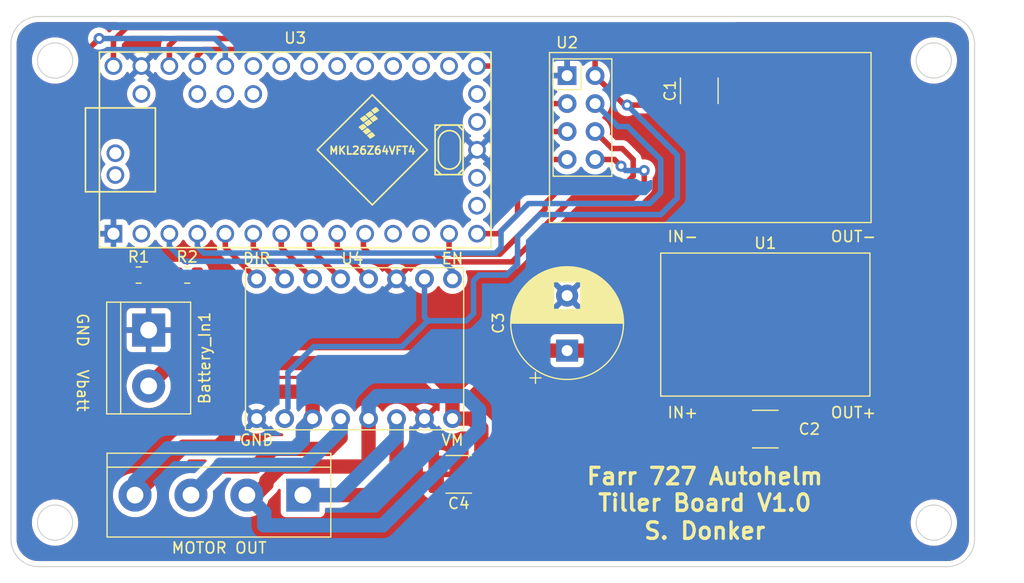
<source format=kicad_pcb>
(kicad_pcb (version 20211014) (generator pcbnew)
  (layers (0 "F.Cu" signal) (31 "B.Cu" signal) (34 "B.Paste" user) (35 "F.Paste" user) (36 "B.SilkS" user "B.Silkscreen") (37 "F.SilkS" user "F.Silkscreen") (38 "B.Mask" user) (39 "F.Mask" user) (44 "Edge.Cuts" user))
  (net 0 "")
  (net 1 "Earth")
  (net 2 "Net-(Motor_Output1-Pad1)")
  (net 3 "+3.3V")
  (net 4 "+5V")
  (net 5 "+24V")
  (net 6 "Net-(U2-Pad3)")
  (net 7 "Net-(U2-Pad4)")
  (net 8 "Net-(U2-Pad5)")
  (net 9 "Net-(U2-Pad6)")
  (net 10 "Net-(U2-Pad7)")
  (net 11 "Net-(U2-Pad8)")
  (net 30 "Net-(U3-Pad9)")
  (net 31 "Net-(U3-Pad8)")
  (net 32 "Net-(U3-Pad7)")
  (net 33 "Net-(U3-Pad6)")
  (net 34 "Net-(U3-Pad5)")
  (net 35 "Net-(U3-Pad3)")
  (net 39 "Net-(Motor_Output1-Pad2)")
  (net 40 "Net-(Motor_Output1-Pad3)")
  (net 41 "Net-(Motor_Output1-Pad4)")
  (net 42 "Net-(R2-Pad1)")
  (footprint "Resistor_SMD:R_0805_2012Metric" (layer "F.Cu") (at 81 113.5)
    (fp_text reference "R2" (at 0 -1.65) (layer "F.SilkS"))
    (fp_text value "6.8K")
    (fp_line (start -0.227064 -0.735) (end 0.227064 -0.735) (layer "F.SilkS") (width 0.12))
    (fp_line (start -0.227064 0.735) (end 0.227064 0.735) (layer "F.SilkS") (width 0.12))
    (pad "1" smd roundrect (at -0.9125 0) (size 1.025 1.4) (layers "F.Cu" "F.Paste" "F.Mask") (roundrect_rratio 0.243902439) (net 42 "Net-(R2-Pad1)"))
    (pad "2" smd roundrect (at 0.9125 0) (size 1.025 1.4) (layers "F.Cu" "F.Paste" "F.Mask") (roundrect_rratio 0.243902439) (net 5 "+24V"))
  )
  (footprint "Capacitor_SMD:C_1812_4532Metric" (layer "F.Cu") (at 105.66 131.61 180)
    (fp_text reference "C4" (at 0 -2.65) (layer "F.SilkS"))
    (fp_text value "10uF")
    (fp_line (start -1.161252 -1.71) (end 1.161252 -1.71) (layer "F.SilkS") (width 0.12))
    (fp_line (start -1.161252 1.71) (end 1.161252 1.71) (layer "F.SilkS") (width 0.12))
    (pad "1" smd roundrect (at -2.05 0 180) (size 1.4 3.4) (layers "F.Cu" "F.Paste" "F.Mask") (roundrect_rratio 0.1785707143) (net 5 "+24V"))
    (pad "2" smd roundrect (at 2.05 0 180) (size 1.4 3.4) (layers "F.Cu" "F.Paste" "F.Mask") (roundrect_rratio 0.1785707143) (net 1 "Earth"))
  )
  (footprint "DONKER_footprint_lib:Mini_360_Buck_Convertor_SMD" (layer "F.Cu") (at 126 118 90)
    (fp_text reference "U1" (at 7.4 7.5 unlocked) (layer "F.SilkS"))
    (fp_text value "Mini_Buck_Regulator")
    (fp_text user "OUT+" (at -8 15.5 unlocked) (layer "F.SilkS"))
    (fp_text user "OUT-" (at 8 15.5 unlocked) (layer "F.SilkS"))
    (fp_text user "IN+" (at -8 0 unlocked) (layer "F.SilkS"))
    (fp_text user "IN-" (at 8 0 unlocked) (layer "F.SilkS"))
    (fp_rect (start -6.5 -2) (end 6.5 17) (layer "F.SilkS") (width 0.12) (fill none))
    (pad "1" smd roundrect (at 4.65 0 90) (size 2.8 2.8) (layers "F.Cu" "F.Paste" "F.Mask") (net 1 "Earth"))
    (pad "2" smd roundrect (at -4.65 0 90) (size 2.8 2.8) (layers "F.Cu" "F.Paste" "F.Mask") (net 5 "+24V"))
    (pad "3" smd roundrect (at 4.65 15.3 90) (size 2.8 2.8) (layers "F.Cu" "F.Paste" "F.Mask") (net 1 "Earth"))
    (pad "4" smd roundrect (at -4.65 15.3 90) (size 2.8 2.8) (layers "F.Cu" "F.Paste" "F.Mask") (net 4 "+5V"))
  )
  (footprint "Capacitor_SMD:C_1812_4532Metric" (layer "F.Cu") (at 127.5 96.75 90)
    (fp_text reference "C1" (at 0 -2.65 90) (layer "F.SilkS"))
    (fp_text value "10uF")
    (fp_line (start -1.161252 1.71) (end 1.161252 1.71) (layer "F.SilkS") (width 0.12))
    (fp_line (start -1.161252 -1.71) (end 1.161252 -1.71) (layer "F.SilkS") (width 0.12))
    (pad "1" smd roundrect (at -2.05 0 90) (size 1.4 3.4) (layers "F.Cu" "F.Paste" "F.Mask") (roundrect_rratio 0.1785707143) (net 3 "+3.3V"))
    (pad "2" smd roundrect (at 2.05 0 90) (size 1.4 3.4) (layers "F.Cu" "F.Paste" "F.Mask") (roundrect_rratio 0.1785707143) (net 1 "Earth"))
  )
  (footprint "Resistor_SMD:R_0805_2012Metric" (layer "F.Cu") (at 76.5875 113.5)
    (fp_text reference "R1" (at 0 -1.65) (layer "F.SilkS"))
    (fp_text value "6.8K")
    (fp_line (start -0.227064 -0.735) (end 0.227064 -0.735) (layer "F.SilkS") (width 0.12))
    (fp_line (start -0.227064 0.735) (end 0.227064 0.735) (layer "F.SilkS") (width 0.12))
    (pad "1" smd roundrect (at -0.9125 0) (size 1.025 1.4) (layers "F.Cu" "F.Paste" "F.Mask") (roundrect_rratio 0.243902439) (net 1 "Earth"))
    (pad "2" smd roundrect (at 0.9125 0) (size 1.025 1.4) (layers "F.Cu" "F.Paste" "F.Mask") (roundrect_rratio 0.243902439) (net 42 "Net-(R2-Pad1)"))
  )
  (footprint "Capacitor_SMD:C_1812_4532Metric" (layer "F.Cu") (at 133.5 127.5 180)
    (fp_text reference "C2" (at -4 0) (layer "F.SilkS"))
    (fp_text value "10uF")
    (fp_line (start -1.161252 -1.71) (end 1.161252 -1.71) (layer "F.SilkS") (width 0.12))
    (fp_line (start -1.161252 1.71) (end 1.161252 1.71) (layer "F.SilkS") (width 0.12))
    (pad "1" smd roundrect (at -2.05 0 180) (size 1.4 3.4) (layers "F.Cu" "F.Paste" "F.Mask") (roundrect_rratio 0.1785707143) (net 4 "+5V"))
    (pad "2" smd roundrect (at 2.05 0 180) (size 1.4 3.4) (layers "F.Cu" "F.Paste" "F.Mask") (roundrect_rratio 0.1785707143) (net 1 "Earth"))
  )
  (footprint "Capacitor_THT:CP_Radial_D10.0mm_P5.00mm" (layer "F.Cu") (at 115.5 120.367677 90)
    (fp_text reference "C3" (at 2.5 -6.25 90) (layer "F.SilkS"))
    (fp_text value "220uF")
    (fp_line (start 3.981 1.241) (end 3.981 4.862) (layer "F.SilkS") (width 0.12))
    (fp_line (start 4.141 1.241) (end 4.141 4.811) (layer "F.SilkS") (width 0.12))
    (fp_line (start 5.181 1.241) (end 5.181 4.323) (layer "F.SilkS") (width 0.12))
    (fp_line (start 4.781 1.241) (end 4.781 4.545) (layer "F.SilkS") (width 0.12))
    (fp_line (start 3.861 -4.897) (end 3.861 -1.241) (layer "F.SilkS") (width 0.12))
    (fp_line (start 5.261 -4.273) (end 5.261 -1.241) (layer "F.SilkS") (width 0.12))
    (fp_line (start 6.101 -3.601) (end 6.101 -1.241) (layer "F.SilkS") (width 0.12))
    (fp_line (start 3.14 -5.04) (end 3.14 5.04) (layer "F.SilkS") (width 0.12))
    (fp_line (start 4.701 1.241) (end 4.701 4.584) (layer "F.SilkS") (width 0.12))
    (fp_line (start 4.181 -4.797) (end 4.181 -1.241) (layer "F.SilkS") (width 0.12))
    (fp_line (start 4.221 -4.783) (end 4.221 -1.241) (layer "F.SilkS") (width 0.12))
    (fp_line (start 7.461 -1.23) (end 7.461 1.23) (layer "F.SilkS") (width 0.12))
    (fp_line (start 6.421 -3.254) (end 6.421 3.254) (layer "F.SilkS") (width 0.12))
    (fp_line (start 5.221 -4.298) (end 5.221 -1.241) (layer "F.SilkS") (width 0.12))
    (fp_line (start 6.021 -3.679) (end 6.021 -1.241) (layer "F.SilkS") (width 0.12))
    (fp_line (start 3.06 -5.05) (end 3.06 5.05) (layer "F.SilkS") (width 0.12))
    (fp_line (start 3.981 -4.862) (end 3.981 -1.241) (layer "F.SilkS") (width 0.12))
    (fp_line (start 2.94 -5.062) (end 2.94 5.062) (layer "F.SilkS") (width 0.12))
    (fp_line (start 6.701 -2.889) (end 6.701 2.889) (layer "F.SilkS") (width 0.12))
    (fp_line (start 5.101 1.241) (end 5.101 4.371) (layer "F.SilkS") (width 0.12))
    (fp_line (start 5.981 1.241) (end 5.981 3.716) (layer "F.SilkS") (width 0.12))
    (fp_line (start 5.261 1.241) (end 5.261 4.273) (layer "F.SilkS") (width 0.12))
    (fp_line (start 5.741 1.241) (end 5.741 3.925) (layer "F.SilkS") (width 0.12))
    (fp_line (start 5.461 1.241) (end 5.461 4.138) (layer "F.SilkS") (width 0.12))
    (fp_line (start 5.421 -4.166) (end 5.421 -1.241) (layer "F.SilkS") (width 0.12))
    (fp_line (start 2.82 -5.07) (end 2.82 5.07) (layer "F.SilkS") (width 0.12))
    (fp_line (start 5.341 1.241) (end 5.341 4.221) (layer "F.SilkS") (width 0.12))
    (fp_line (start 6.461 -3.206) (end 6.461 3.206) (layer "F.SilkS") (width 0.12))
    (fp_line (start 4.421 -4.707) (end 4.421 -1.241) (layer "F.SilkS") (width 0.12))
    (fp_line (start 6.341 -3.347) (end 6.341 3.347) (layer "F.SilkS") (width 0.12))
    (fp_line (start 5.341 -4.221) (end 5.341 -1.241) (layer "F.SilkS") (width 0.12))
    (fp_line (start 2.78 -5.073) (end 2.78 5.073) (layer "F.SilkS") (width 0.12))
    (fp_line (start 3.821 -4.907) (end 3.821 -1.241) (layer "F.SilkS") (width 0.12))
    (fp_line (start 2.9 -5.065) (end 2.9 5.065) (layer "F.SilkS") (width 0.12))
    (fp_line (start 5.941 1.241) (end 5.941 3.753) (layer "F.SilkS") (width 0.12))
    (fp_line (start 2.54 -5.08) (end 2.54 5.08) (layer "F.SilkS") (width 0.12))
    (fp_line (start 7.101 -2.209) (end 7.101 2.209) (layer "F.SilkS") (width 0.12))
    (fp_line (start 6.181 1.241) (end 6.181 3.52) (layer "F.SilkS") (width 0.12))
    (fp_line (start 3.341 -5.011) (end 3.341 5.011) (layer "F.SilkS") (width 0.12))
    (fp_line (start 4.381 -4.723) (end 4.381 -1.241) (layer "F.SilkS") (width 0.12))
    (fp_line (start 5.061 1.241) (end 5.061 4.395) (layer "F.SilkS") (width 0.12))
    (fp_line (start 4.101 -4.824) (end 4.101 -1.241) (layer "F.SilkS") (width 0.12))
    (fp_line (start 2.5 -5.08) (end 2.5 5.08) (layer "F.SilkS") (width 0.12))
    (fp_line (start 5.981 -3.716) (end 5.981 -1.241) (layer "F.SilkS") (width 0.12))
    (fp_line (start 5.141 1.241) (end 5.141 4.347) (layer "F.SilkS") (width 0.12))
    (fp_line (start 4.221 1.241) (end 4.221 4.783) (layer "F.SilkS") (width 0.12))
    (fp_line (start 3.02 -5.054) (end 3.02 5.054) (layer "F.SilkS") (width 0.12))
    (fp_line (start 5.861 1.241) (end 5.861 3.824) (layer "F.SilkS") (width 0.12))
    (fp_line (start 3.1 -5.045) (end 3.1 5.045) (layer "F.SilkS") (width 0.12))
    (fp_line (start 3.581 -4.965) (end 3.581 4.965) (layer "F.SilkS") (width 0.12))
    (fp_line (start 4.701 -4.584) (end 4.701 -1.241) (layer "F.SilkS") (width 0.12))
    (fp_line (start 5.381 -4.194) (end 5.381 -1.241) (layer "F.SilkS") (width 0.12))
    (fp_line (start 4.861 -4.504) (end 4.861 -1.241) (layer "F.SilkS") (width 0.12))
    (fp_line (start 5.461 -4.138) (end 5.461 -1.241) (layer "F.SilkS") (width 0.12))
    (fp_line (start 6.541 -3.106) (end 6.541 3.106) (layer "F.SilkS") (width 0.12))
    (fp_line (start 3.701 -4.938) (end 3.701 4.938) (layer "F.SilkS") (width 0.12))
    (fp_line (start 5.741 -3.925) (end 5.741 -1.241) (layer "F.SilkS") (width 0.12))
    (fp_line (start 6.141 1.241) (end 6.141 3.561) (layer "F.SilkS") (width 0.12))
    (fp_line (start 3.941 -4.874) (end 3.941 -1.241) (layer "F.SilkS") (width 0.12))
    (fp_line (start 6.301 -3.392) (end 6.301 3.392) (layer "F.SilkS") (width 0.12))
    (fp_line (start 5.781 -3.892) (end 5.781 -1.241) (layer "F.SilkS") (width 0.12))
    (fp_line (start 5.701 1.241) (end 5.701 3.957) (layer "F.SilkS") (width 0.12))
    (fp_line (start 5.901 -3.789) (end 5.901 -1.241) (layer "F.SilkS") (width 0.12))
    (fp_line (start 4.501 1.241) (end 4.501 4.674) (layer "F.SilkS") (width 0.12))
    (fp_line (start 7.021 -2.365) (end 7.021 2.365) (layer "F.SilkS") (width 0.12))
    (fp_line (start 6.501 -3.156) (end 6.501 3.156) (layer "F.SilkS") (width 0.12))
    (fp_line (start 6.741 -2.83) (end 6.741 2.83) (layer "F.SilkS") (width 0.12))
    (fp_line (start 4.941 1.241) (end 4.941 4.462) (layer "F.SilkS") (width 0.12))
    (fp_line (start 3.741 -4.928) (end 3.741 4.928) (layer "F.SilkS") (width 0.12))
    (fp_line (start 4.261 -4.768) (end 4.261 -1.241) (layer "F.SilkS") (width 0.12))
    (fp_line (start 4.341 -4.738) (end 4.341 -1.241) (layer "F.SilkS") (width 0.12))
    (fp_line (start 2.62 -5.079) (end 2.62 5.079) (layer "F.SilkS") (width 0.12))
    (fp_line (start 7.261 -1.846) (end 7.261 1.846) (layer "F.SilkS") (width 0.12))
    (fp_line (start 6.021 1.241) (end 6.021 3.679) (layer "F.SilkS") (width 0.12))
    (fp_line (start 6.621 -3) (end 6.621 3) (layer "F.SilkS") (width 0.12))
    (fp_line (start 2.74 -5.075) (end 2.74 5.075) (layer "F.SilkS") (width 0.12))
    (fp_line (start 2.86 -5.068) (end 2.86 5.068) (layer "F.SilkS") (width 0.12))
    (fp_line (start 7.221 -1.944) (end 7.221 1.944) (layer "F.SilkS") (width 0.12))
    (fp_line (start 4.821 1.241) (end 4.821 4.525) (layer "F.SilkS") (width 0.12))
    (fp_line (start 6.061 -3.64) (end 6.061 -1.241) (layer "F.SilkS") (width 0.12))
    (fp_line (start 4.741 1.241) (end 4.741 4.564) (layer "F.SilkS") (width 0.12))
    (fp_line (start 5.421 1.241) (end 5.421 4.166) (layer "F.SilkS") (width 0.12))
    (fp_line (start 7.181 -2.037) (end 7.181 2.037) (layer "F.SilkS") (width 0.12))
    (fp_line (start 3.501 -4.982) (end 3.501 4.982) (layer "F.SilkS") (width 0.12))
    (fp_line (start 4.541 -4.657) (end 4.541 -1.241) (layer "F.SilkS") (width 0.12))
    (fp_line (start 6.901 -2.579) (end 6.901 2.579) (layer "F.SilkS") (width 0.12))
    (fp_line (start 6.221 1.241) (end 6.221 3.478) (layer "F.SilkS") (width 0.12))
    (fp_line (start 4.381 1.241) (end 4.381 4.723) (layer "F.SilkS") (width 0.12))
    (fp_line (start 7.501 -1.062) (end 7.501 1.062) (layer "F.SilkS") (width 0.12))
    (fp_line (start 6.141 -3.561) (end 6.141 -1.241) (layer "F.SilkS") (width 0.12))
    (fp_line (start 6.261 -3.436) (end 6.261 3.436) (layer "F.SilkS") (width 0.12))
    (fp_line (start 2.7 -5.077) (end 2.7 5.077) (layer "F.SilkS") (width 0.12))
    (fp_line (start 4.501 -4.674) (end 4.501 -1.241) (layer "F.SilkS") (width 0.12))
    (fp_line (start 4.981 1.241) (end 4.981 4.44) (layer "F.SilkS") (width 0.12))
    (fp_line (start 6.941 -2.51) (end 6.941 2.51) (layer "F.SilkS") (width 0.12))
    (fp_line (start 3.661 -4.947) (end 3.661 4.947) (layer "F.SilkS") (width 0.12))
    (fp_line (start 5.621 -4.02) (end 5.621 -1.241) (layer "F.SilkS") (width 0.12))
    (fp_line (start 5.061 -4.395) (end 5.061 -1.241) (layer "F.SilkS") (width 0.12))
    (fp_line (start 5.301 1.241) (end 5.301 4.247) (layer "F.SilkS") (width 0.12))
    (fp_line (start 2.66 -5.078) (end 2.66 5.078) (layer "F.SilkS") (width 0.12))
    (fp_line (start 5.101 -4.371) (end 5.101 -1.241) (layer "F.SilkS") (width 0.12))
    (fp_line (start 4.661 -4.603) (end 4.661 -1.241) (layer "F.SilkS") (width 0.12))
    (fp_line (start 4.901 1.241) (end 4.901 4.483) (layer "F.SilkS") (width 0.12))
    (fp_line (start 3.221 -5.03) (end 3.221 5.03) (layer "F.SilkS") (width 0.12))
    (fp_line (start 5.021 -4.417) (end 5.021 -1.241) (layer "F.SilkS") (width 0.12))
    (fp_line (start 5.501 -4.11) (end 5.501 -1.241) (layer "F.SilkS") (width 0.12))
    (fp_line (start 4.181 1.241) (end 4.181 4.797) (layer "F.SilkS") (width 0.12))
    (fp_line (start 6.101 1.241) (end 6.101 3.601) (layer "F.SilkS") (width 0.12))
    (fp_line (start 4.341 1.241) (end 4.341 4.738) (layer "F.SilkS") (width 0.12))
    (fp_line (start 3.461 -4.99) (end 3.461 4.99) (layer "F.SilkS") (width 0.12))
    (fp_line (start 3.381 -5.004) (end 3.381 5.004) (layer "F.SilkS") (width 0.12))
    (fp_line (start 4.421 1.241) (end 4.421 4.707) (layer "F.SilkS") (width 0.12))
    (fp_line (start 5.501 1.241) (end 5.501 4.11) (layer "F.SilkS") (width 0.12))
    (fp_line (start 5.141 -4.347) (end 5.141 -1.241) (layer "F.SilkS") (width 0.12))
    (fp_line (start 6.221 -3.478) (end 6.221 -1.241) (layer "F.SilkS") (width 0.12))
    (fp_line (start 7.421 -1.378) (end 7.421 1.378) (layer "F.SilkS") (width 0.12))
    (fp_line (start 6.581 -3.054) (end 6.581 3.054) (layer "F.SilkS") (width 0.12))
    (fp_line (start 3.421 -4.997) (end 3.421 4.997) (layer "F.SilkS") (width 0.12))
    (fp_line (start 4.981 -4.44) (end 4.981 -1.241) (layer "F.SilkS") (width 0.12))
    (fp_line (start 7.541 -0.862) (end 7.541 0.862) (layer "F.SilkS") (width 0.12))
    (fp_line (start 5.821 1.241) (end 5.821 3.858) (layer "F.SilkS") (width 0.12))
    (fp_line (start 4.581 1.241) (end 4.581 4.639) (layer "F.SilkS") (width 0.12))
    (fp_line (start 3.541 -4.974) (end 3.541 4.974) (layer "F.SilkS") (width 0.12))
    (fp_line (start 5.581 -4.05) (end 5.581 -1.241) (layer "F.SilkS") (width 0.12))
    (fp_line (start 4.461 -4.69) (end 4.461 -1.241) (layer "F.SilkS") (width 0.12))
    (fp_line (start 7.141 -2.125) (end 7.141 2.125) (layer "F.SilkS") (width 0.12))
    (fp_line (start 6.781 -2.77) (end 6.781 2.77) (layer "F.SilkS") (width 0.12))
    (fp_line (start 4.621 -4.621) (end 4.621 -1.241) (layer "F.SilkS") (width 0.12))
    (fp_line (start 5.181 -4.323) (end 5.181 -1.241) (layer "F.SilkS") (width 0.12))
    (fp_line (start 2.98 -5.058) (end 2.98 5.058) (layer "F.SilkS") (width 0.12))
    (fp_line (start 4.781 -4.545) (end 4.781 -1.241) (layer "F.SilkS") (width 0.12))
    (fp_line (start 4.541 1.241) (end 4.541 4.657) (layer "F.SilkS") (width 0.12))
    (fp_line (start 7.581 -0.599) (end 7.581 0.599) (layer "F.SilkS") (width 0.12))
    (fp_line (start 7.301 -1.742) (end 7.301 1.742) (layer "F.SilkS") (width 0.12))
    (fp_line (start 5.901 1.241) (end 5.901 3.789) (layer "F.SilkS") (width 0.12))
    (fp_line (start -2.479646 -3.375) (end -2.479646 -2.375) (layer "F.SilkS") (width 0.12))
    (fp_line (start 5.701 -3.957) (end 5.701 -1.241) (layer "F.SilkS") (width 0.12))
    (fp_line (start 4.461 1.241) (end 4.461 4.69) (layer "F.SilkS") (width 0.12))
    (fp_line (start 5.861 -3.824) (end 5.861 -1.241) (layer "F.SilkS") (width 0.12))
    (fp_line (start 3.781 -4.918) (end 3.781 -1.241) (layer "F.SilkS") (width 0.12))
    (fp_line (start 3.301 -5.018) (end 3.301 5.018) (layer "F.SilkS") (width 0.12))
    (fp_line (start 7.061 -2.289) (end 7.061 2.289) (layer "F.SilkS") (width 0.12))
    (fp_line (start 4.021 -4.85) (end 4.021 -1.241) (layer "F.SilkS") (width 0.12))
    (fp_line (start 3.821 1.241) (end 3.821 4.907) (layer "F.SilkS") (width 0.12))
    (fp_line (start 4.821 -4.525) (end 4.821 -1.241) (layer "F.SilkS") (width 0.12))
    (fp_line (start 4.741 -4.564) (end 4.741 -1.241) (layer "F.SilkS") (width 0.12))
    (fp_line (start 5.821 -3.858) (end 5.821 -1.241) (layer "F.SilkS") (width 0.12))
    (fp_line (start 6.821 -2.709) (end 6.821 2.709) (layer "F.SilkS") (width 0.12))
    (fp_line (start 5.621 1.241) (end 5.621 4.02) (layer "F.SilkS") (width 0.12))
    (fp_line (start 4.301 1.241) (end 4.301 4.754) (layer "F.SilkS") (width 0.12))
    (fp_line (start 3.18 -5.035) (end 3.18 5.035) (layer "F.SilkS") (width 0.12))
    (fp_line (start 3.621 -4.956) (end 3.621 4.956) (layer "F.SilkS") (width 0.12))
    (fp_line (start 3.941 1.241) (end 3.941 4.874) (layer "F.SilkS") (width 0.12))
    (fp_line (start 4.621 1.241) (end 4.621 4.621) (layer "F.SilkS") (width 0.12))
    (fp_line (start 4.941 -4.462) (end 4.941 -1.241) (layer "F.SilkS") (width 0.12))
    (fp_line (start 5.221 1.241) (end 5.221 4.298) (layer "F.SilkS") (width 0.12))
    (fp_line (start 4.101 1.241) (end 4.101 4.824) (layer "F.SilkS") (width 0.12))
    (fp_line (start 7.341 -1.63) (end 7.341 1.63) (layer "F.SilkS") (width 0.12))
    (fp_line (start 5.541 -4.08) (end 5.541 -1.241) (layer "F.SilkS") (width 0.12))
    (fp_line (start 4.901 -4.483) (end 4.901 -1.241) (layer "F.SilkS") (width 0.12))
    (fp_line (start 6.661 -2.945) (end 6.661 2.945) (layer "F.SilkS") (width 0.12))
    (fp_line (start 5.661 1.241) (end 5.661 3.989) (layer "F.SilkS") (width 0.12))
    (fp_line (start 5.941 -3.753) (end 5.941 -1.241) (layer "F.SilkS") (width 0.12))
    (fp_line (start 6.861 -2.645) (end 6.861 2.645) (layer "F.SilkS") (width 0.12))
    (fp_line (start 4.061 1.241) (end 4.061 4.837) (layer "F.SilkS") (width 0.12))
    (fp_line (start 3.901 1.241) (end 3.901 4.885) (layer "F.SilkS") (width 0.12))
    (fp_line (start 6.981 -2.439) (end 6.981 2.439) (layer "F.SilkS") (width 0.12))
    (fp_line (start 4.021 1.241) (end 4.021 4.85) (layer "F.SilkS") (width 0.12))
    (fp_line (start 5.541 1.241) (end 5.541 4.08) (layer "F.SilkS") (width 0.12))
    (fp_line (start 5.581 1.241) (end 5.581 4.05) (layer "F.SilkS") (width 0.12))
    (fp_line (start 5.781 1.241) (end 5.781 3.892) (layer "F.SilkS") (width 0.12))
    (fp_line (start 2.58 -5.08) (end 2.58 5.08) (layer "F.SilkS") (width 0.12))
    (fp_line (start 6.061 1.241) (end 6.061 3.64) (layer "F.SilkS") (width 0.12))
    (fp_line (start 4.861 1.241) (end 4.861 4.504) (layer "F.SilkS") (width 0.12))
    (fp_line (start 5.381 1.241) (end 5.381 4.194) (layer "F.SilkS") (width 0.12))
    (fp_line (start 5.661 -3.989) (end 5.661 -1.241) (layer "F.SilkS") (width 0.12))
    (fp_line (start 5.301 -4.247) (end 5.301 -1.241) (layer "F.SilkS") (width 0.12))
    (fp_line (start 3.261 -5.024) (end 3.261 5.024) (layer "F.SilkS") (width 0.12))
    (fp_line (start 4.301 -4.754) (end 4.301 -1.241) (layer "F.SilkS") (width 0.12))
    (fp_line (start 4.581 -4.639) (end 4.581 -1.241) (layer "F.SilkS") (width 0.12))
    (fp_line (start 4.141 -4.811) (end 4.141 -1.241) (layer "F.SilkS") (width 0.12))
    (fp_line (start 3.781 1.241) (end 3.781 4.918) (layer "F.SilkS") (width 0.12))
    (fp_line (start 3.861 1.241) (end 3.861 4.897) (layer "F.SilkS") (width 0.12))
    (fp_line (start 5.021 1.241) (end 5.021 4.417) (layer "F.SilkS") (width 0.12))
    (fp_line (start 4.261 1.241) (end 4.261 4.768) (layer "F.SilkS") (width 0.12))
    (fp_line (start 7.381 -1.51) (end 7.381 1.51) (layer "F.SilkS") (width 0.12))
    (fp_line (start 6.381 -3.301) (end 6.381 3.301) (layer "F.SilkS") (width 0.12))
    (fp_line (start 4.661 1.241) (end 4.661 4.603) (layer "F.SilkS") (width 0.12))
    (fp_line (start 4.061 -4.837) (end 4.061 -1.241) (layer "F.SilkS") (width 0.12))
    (fp_line (start 6.181 -3.52) (end 6.181 -1.241) (layer "F.SilkS") (width 0.12))
    (fp_line (start 3.901 -4.885) (end 3.901 -1.241) (layer "F.SilkS") (width 0.12))
    (fp_line (start -2.979646 -2.875) (end -1.979646 -2.875) (layer "F.SilkS") (width 0.12))
    (fp_circle (center 2.5 0) (end 7.62 0) (layer "F.SilkS") (width 0.12) (fill none))
    (pad "1" thru_hole rect (at 0 0 90) (size 2 2) (drill 1) (layers *.Cu *.Mask) (net 5 "+24V"))
    (pad "2" thru_hole circle (at 5 0 90) (size 2 2) (drill 1) (layers *.Cu *.Mask) (net 1 "Earth"))
  )
  (footprint "TerminalBlock:TerminalBlock_bornier-2_P5.08mm" (layer "F.Cu") (at 77.5 118.5 -90)
    (fp_text reference "Battery_In1" (at 2.54 -5.08 90) (layer "F.SilkS"))
    (fp_text value "Screw_Terminal_01x02")
    (fp_line (start -2.54 -3.81) (end -2.54 3.81) (layer "F.SilkS") (width 0.12))
    (fp_line (start 7.62 2.54) (end -2.54 2.54) (layer "F.SilkS") (width 0.12))
    (fp_line (start -2.54 3.81) (end 7.62 3.81) (layer "F.SilkS") (width 0.12))
    (fp_line (start 7.62 -3.81) (end -2.54 -3.81) (layer "F.SilkS") (width 0.12))
    (fp_line (start 7.62 3.81) (end 7.62 -3.81) (layer "F.SilkS") (width 0.12))
    (pad "1" thru_hole rect (at 0 0 270) (size 3 3) (drill 1.52) (layers *.Cu *.Mask) (net 1 "Earth"))
    (pad "2" thru_hole circle (at 5.08 0 270) (size 3 3) (drill 1.52) (layers *.Cu *.Mask) (net 5 "+24V"))
  )
  (footprint "RF_Module:nRF24L01_Breakout" (layer "F.Cu") (at 115.5 95.375)
    (fp_text reference "U2" (at 0 -3) (layer "F.SilkS"))
    (fp_text value "NRF24L01_Breakout")
    (fp_line (start -1.27 -1.524) (end 4.064 -1.524) (layer "F.SilkS") (width 0.12))
    (fp_line (start 4.064 -1.524) (end 4.064 9.144) (layer "F.SilkS") (width 0.12))
    (fp_line (start -1.6 -2.1) (end 27.6 -2.1) (layer "F.SilkS") (width 0.12))
    (fp_line (start 27.6 -2.1) (end 27.6 13.35) (layer "F.SilkS") (width 0.12))
    (fp_line (start 27.6 13.35) (end -1.6 13.35) (layer "F.SilkS") (width 0.12))
    (fp_line (start 4.064 9.144) (end -1.27 9.144) (layer "F.SilkS") (width 0.12))
    (fp_line (start 1.27 -1.016) (end 1.27 1.27) (layer "F.SilkS") (width 0.12))
    (fp_line (start 1.27 1.27) (end -1.016 1.27) (layer "F.SilkS") (width 0.12))
    (fp_line (start -1.27 9.144) (end -1.27 -1.524) (layer "F.SilkS") (width 0.12))
    (fp_line (start -1.27 -1.524) (end -1.27 -1.524) (layer "F.SilkS") (width 0.12))
    (fp_line (start -1.27 9.144) (end -1.27 9.144) (layer "F.SilkS") (width 0.12))
    (fp_line (start -1.016 1.27) (end -1.016 1.27) (layer "F.SilkS") (width 0.12))
    (fp_line (start -1.6 13.35) (end -1.6 -2.1) (layer "F.SilkS") (width 0.12))
    (fp_line (start -1.6 -2.1) (end -1.6 -2.1) (layer "F.SilkS") (width 0.12))
    (pad "1" thru_hole rect (at 0 0) (size 1.7 1.7) (drill 1) (layers *.Cu *.Mask) (net 1 "Earth"))
    (pad "2" thru_hole circle (at 2.54 0) (size 1.7 1.7) (drill 1) (layers *.Cu *.Mask) (net 3 "+3.3V"))
    (pad "3" thru_hole circle (at 0 2.54) (size 1.7 1.7) (drill 1) (layers *.Cu *.Mask) (net 6 "Net-(U2-Pad3)"))
    (pad "4" thru_hole circle (at 2.54 2.54) (size 1.7 1.7) (drill 1) (layers *.Cu *.Mask) (net 7 "Net-(U2-Pad4)"))
    (pad "5" thru_hole circle (at 0 5.08) (size 1.7 1.7) (drill 1) (layers *.Cu *.Mask) (net 8 "Net-(U2-Pad5)"))
    (pad "6" thru_hole circle (at 2.54 5.08) (size 1.7 1.7) (drill 1) (layers *.Cu *.Mask) (net 9 "Net-(U2-Pad6)"))
    (pad "7" thru_hole circle (at 0 7.62) (size 1.7 1.7) (drill 1) (layers *.Cu *.Mask) (net 10 "Net-(U2-Pad7)"))
    (pad "8" thru_hole circle (at 2.54 7.62) (size 1.7 1.7) (drill 1) (layers *.Cu *.Mask) (net 11 "Net-(U2-Pad8)"))
  )
  (footprint "teensy:Teensy_LC" (layer "F.Cu") (at 90.81 102.12)
    (fp_text reference "U3" (at 0 -10.16) (layer "F.SilkS"))
    (fp_text value "Teensy-LC")
    (fp_text user "MKL26Z64VFT4" (at 7 0.06) (layer "F.SilkS") (effects (font (size 0.7 0.7))))
    (fp_line (start 12.7 2.25) (end 12.7 -2.25) (layer "F.SilkS") (width 0.15))
    (fp_line (start 15.25 1.75) (end 14.75 2.25) (layer "F.SilkS") (width 0.15))
    (fp_line (start -12.7 3.81) (end -12.7 -3.81) (layer "F.SilkS") (width 0.15))
    (fp_line (start -12.7 3.81) (end -17.78 3.81) (layer "F.SilkS") (width 0.15))
    (fp_line (start -17.78 3.81) (end -19.05 3.81) (layer "F.SilkS") (width 0.15))
    (fp_line (start 15.25 -1.75) (end 14.75 -2.25) (layer "F.SilkS") (width 0.15))
    (fp_line (start 15.25 -2.25) (end 15.24 2.25) (layer "F.SilkS") (width 0.15))
    (fp_line (start -17.78 -8.89) (end 17.78 -8.89) (layer "F.SilkS") (width 0.15))
    (fp_line (start -17.78 8.89) (end -17.78 -8.89) (layer "F.SilkS") (width 0.15))
    (fp_line (start 12.75 -1.75) (end 13.25 -2.25) (layer "F.SilkS") (width 0.15))
    (fp_line (start 13 -0.75) (end 13 0.75) (layer "F.SilkS") (width 0.15))
    (fp_line (start -19.05 -3.81) (end -17.78 -3.81) (layer "F.SilkS") (width 0.15))
    (fp_line (start 14.75 -2.25) (end 13.25 -2.25) (layer "F.SilkS") (width 0.15))
    (fp_line (start -12.7 -3.81) (end -17.78 -3.81) (layer "F.SilkS") (width 0.15))
    (fp_line (start 12.7 2.25) (end 13.25 2.25) (layer "F.SilkS") (width 0.15))
    (fp_line (start 15.24 2.25) (end 12.7 2.25) (layer "F.SilkS") (width 0.15))
    (fp_line (start 12.7 -2.25) (end 15.24 -2.25) (layer "F.SilkS") (width 0.15))
    (fp_line (start 13.25 2.25) (end 12.75 1.75) (layer "F.SilkS") (width 0.15))
    (fp_line (start 15 0.75) (end 15 -0.75) (layer "F.SilkS") (width 0.15))
    (fp_line (start 7 -5) (end 2 0) (layer "F.SilkS") (width 0.15))
    (fp_line (start 17.78 -8.89) (end 17.78 8.89) (layer "F.SilkS") (width 0.15))
    (fp_line (start 2 0) (end 7 5) (layer "F.SilkS") (width 0.15))
    (fp_line (start -19.05 3.81) (end -19.05 -3.81) (layer "F.SilkS") (width 0.15))
    (fp_line (start 17.78 8.89) (end -17.78 8.89) (layer "F.SilkS") (width 0.15))
    (fp_line (start 12 0) (end 7 -5) (layer "F.SilkS") (width 0.15))
    (fp_line (start 7 5) (end 12 0) (layer "F.SilkS") (width 0.15))
    (fp_arc (start 13 -0.75) (mid 14 -1.75) (end 15 -0.75) (layer "F.SilkS") (width 0.15))
    (fp_arc (start 15 0.75) (mid 14 1.75) (end 13 0.75) (layer "F.SilkS") (width 0.15))
    (fp_poly (pts (xy 6.822 -1.055) (xy 6.568 -1.309) (xy 6.949 -1.563) (xy 7.203 -1.309)) (layer "F.SilkS") (width 0.1) (fill solid))
    (fp_poly (pts (xy 6.06 -1.817) (xy 5.806 -2.071) (xy 6.187 -2.325) (xy 6.441 -2.071)) (layer "F.SilkS") (width 0.1) (fill solid))
    (fp_poly (pts (xy 6.695 -2.96) (xy 6.441 -3.214) (xy 6.822 -3.468) (xy 7.076 -3.214)) (layer "F.SilkS") (width 0.1) (fill solid))
    (fp_poly (pts (xy 7.076 -2.579) (xy 6.822 -2.833) (xy 7.203 -3.087) (xy 7.457 -2.833)) (layer "F.SilkS") (width 0.1) (fill solid))
    (fp_poly (pts (xy 6.441 -1.436) (xy 6.187 -1.69) (xy 6.568 -1.944) (xy 6.822 -1.69)) (layer "F.SilkS") (width 0.1) (fill solid))
    (fp_poly (pts (xy 6.187 -2.579) (xy 5.933 -2.833) (xy 6.314 -3.087) (xy 6.568 -2.833)) (layer "F.SilkS") (width 0.1) (fill solid))
    (fp_poly (pts (xy 6.568 -2.198) (xy 6.314 -2.452) (xy 6.695 -2.706) (xy 6.949 -2.452)) (layer "F.SilkS") (width 0.1) (fill solid))
    (fp_poly (pts (xy 7.203 -3.341) (xy 6.949 -3.595) (xy 7.33 -3.849) (xy 7.584 -3.595)) (layer "F.SilkS") (width 0.1) (fill solid))
    (pad "1" thru_hole rect locked (at -16.51 7.62) (size 1.6 1.6) (drill 1.1) (layers *.Cu *.Mask) (net 1 "Earth"))
    (pad "2" thru_hole circle locked (at -13.97 7.62) (size 1.6 1.6) (drill 1.1) (layers *.Cu *.Mask))
    (pad "3" thru_hole circle locked (at -11.43 7.62) (size 1.6 1.6) (drill 1.1) (layers *.Cu *.Mask) (net 35 "Net-(U3-Pad3)"))
    (pad "4" thru_hole circle locked (at -8.89 7.62) (size 1.6 1.6) (drill 1.1) (layers *.Cu *.Mask) (net 7 "Net-(U2-Pad4)"))
    (pad "5" thru_hole circle locked (at -6.35 7.62) (size 1.6 1.6) (drill 1.1) (layers *.Cu *.Mask) (net 34 "Net-(U3-Pad5)"))
    (pad "6" thru_hole circle locked (at -3.81 7.62) (size 1.6 1.6) (drill 1.1) (layers *.Cu *.Mask) (net 33 "Net-(U3-Pad6)"))
    (pad "7" thru_hole circle locked (at -1.27 7.62) (size 1.6 1.6) (drill 1.1) (layers *.Cu *.Mask) (net 32 "Net-(U3-Pad7)"))
    (pad "8" thru_hole circle locked (at 1.27 7.62) (size 1.6 1.6) (drill 1.1) (layers *.Cu *.Mask) (net 31 "Net-(U3-Pad8)"))
    (pad "9" thru_hole circle locked (at 3.81 7.62) (size 1.6 1.6) (drill 1.1) (layers *.Cu *.Mask) (net 30 "Net-(U3-Pad9)"))
    (pad "10" thru_hole circle locked (at 6.35 7.62) (size 1.6 1.6) (drill 1.1) (layers *.Cu *.Mask) (net 11 "Net-(U2-Pad8)"))
    (pad "11" thru_hole circle locked (at 8.89 7.62) (size 1.6 1.6) (drill 1.1) (layers *.Cu *.Mask))
    (pad "12" thru_hole circle locked (at 11.43 7.62) (size 1.6 1.6) (drill 1.1) (layers *.Cu *.Mask))
    (pad "13" thru_hole circle locked (at 13.97 7.62) (size 1.6 1.6) (drill 1.1) (layers *.Cu *.Mask) (net 9 "Net-(U2-Pad6)"))
    (pad "14" thru_hole circle locked (at 16.51 7.62) (size 1.6 1.6) (drill 1.1) (layers *.Cu *.Mask) (net 10 "Net-(U2-Pad7)"))
    (pad "15" thru_hole circle locked (at 16.51 5.08) (size 1.6 1.6) (drill 1.1) (layers *.Cu *.Mask))
    (pad "16" thru_hole circle locked (at 16.51 2.54) (size 1.6 1.6) (drill 1.1) (layers *.Cu *.Mask))
    (pad "17" thru_hole circle locked (at 16.51 0) (size 1.6 1.6) (drill 1.1) (layers *.Cu *.Mask) (net 1 "Earth"))
    (pad "18" thru_hole circle locked (at 16.51 -2.54) (size 1.6 1.6) (drill 1.1) (layers *.Cu *.Mask))
    (pad "19" thru_hole circle locked (at 16.51 -5.08) (size 1.6 1.6) (drill 1.1) (layers *.Cu *.Mask))
    (pad "20" thru_hole circle locked (at 16.51 -7.62) (size 1.6 1.6) (drill 1.1) (layers *.Cu *.Mask) (net 8 "Net-(U2-Pad5)"))
    (pad "21" thru_hole circle locked (at 13.97 -7.62) (size 1.6 1.6) (drill 1.1) (layers *.Cu *.Mask))
    (pad "22" thru_hole circle locked (at 11.43 -7.62) (size 1.6 1.6) (drill 1.1) (layers *.Cu *.Mask))
    (pad "23" thru_hole circle locked (at 8.89 -7.62) (size 1.6 1.6) (drill 1.1) (layers *.Cu *.Mask))
    (pad "24" thru_hole circle locked (at 6.35 -7.62) (size 1.6 1.6) (drill 1.1) (layers *.Cu *.Mask))
    (pad "25" thru_hole circle locked (at 3.81 -7.62) (size 1.6 1.6) (drill 1.1) (layers *.Cu *.Mask))
    (pad "26" thru_hole circle locked (at 1.27 -7.62) (size 1.6 1.6) (drill 1.1) (layers *.Cu *.Mask))
    (pad "27" thru_hole circle locked (at -1.27 -7.62) (size 1.6 1.6) (drill 1.1) (layers *.Cu *.Mask))
    (pad "28" thru_hole circle locked (at -3.81 -7.62) (size 1.6 1.6) (drill 1.1) (layers *.Cu *.Mask))
    (pad "29" thru_hole circle locked (at -6.35 -7.62) (size 1.6 1.6) (drill 1.1) (layers *.Cu *.Mask) (net 42 "Net-(R2-Pad1)"))
    (pad "30" thru_hole circle locked (at -8.89 -7.62) (size 1.6 1.6) (drill 1.1) (layers *.Cu *.Mask) (net 6 "Net-(U2-Pad3)"))
    (pad "31" thru_hole circle locked (at -11.43 -7.62) (size 1.6 1.6) (drill 1.1) (layers *.Cu *.Mask) (net 3 "+3.3V"))
    (pad "32" thru_hole circle locked (at -13.97 -7.62) (size 1.6 1.6) (drill 1.1) (layers *.Cu *.Mask) (net 1 "Earth"))
    (pad "33" thru_hole circle locked (at -16.51 -7.62) (size 1.6 1.6) (drill 1.1) (layers *.Cu *.Mask) (net 4 "+5V"))
    (pad "34" thru_hole circle locked (at -13.97 -5.08) (size 1.6 1.6) (drill 1.1) (layers *.Cu *.Mask))
    (pad "35" thru_hole circle locked (at -8.89 -5.08) (size 1.6 1.6) (drill 1.1) (layers *.Cu *.Mask))
    (pad "36" thru_hole circle locked (at -6.35 -5.08) (size 1.6 1.6) (drill 1.1) (layers *.Cu *.Mask))
    (pad "37" thru_hole circle locked (at -3.81 -5.08) (size 1.6 1.6) (drill 1.1) (layers *.Cu *.Mask))
    (pad "39" thru_hole circle locked (at -16.3322 2.286) (size 1.6 1.6) (drill 1.1) (layers *.Cu *.Mask))
    (pad "40" thru_hole circle locked (at -16.3322 0.3048) (size 1.6 1.6) (drill 1.1) (layers *.Cu *.Mask))
  )
  (footprint "DONKER_footprint_lib:TMC2209_breakout" (layer "F.Cu") (at 96.2 120.2 -90)
    (fp_text reference "U4" (at -8.2 0.2 unlocked) (layer "F.SilkS"))
    (fp_text value "V3_FYSETC_2209")
    (fp_text user "DIR" (at -8.2 8.89 unlocked) (layer "F.SilkS"))
    (fp_text user "EN" (at -8.2 -8.89 unlocked) (layer "F.SilkS"))
    (fp_text user "GND" (at 8.3 8.89 unlocked) (layer "F.SilkS"))
    (fp_text user "VM" (at 8.3 -8.89 unlocked) (layer "F.SilkS"))
    (fp_rect (start -7.366 -9.906) (end 7.366 9.906) (layer "F.SilkS") (width 0.12) (fill none))
    (pad "1" thru_hole circle (at -6.35 -8.89 270) (size 1.7 1.7) (drill 1) (layers *.Cu *.Mask) (net 35 "Net-(U3-Pad3)"))
    (pad "2" thru_hole circle (at -6.35 -6.35 270) (size 1.7 1.7) (drill 1) (layers *.Cu *.Mask) (net 3 "+3.3V"))
    (pad "3" thru_hole circle (at -6.35 -3.81 270) (size 1.7 1.7) (drill 1) (layers *.Cu *.Mask) (net 1 "Earth"))
    (pad "4" thru_hole circle (at -6.35 -1.27 270) (size 1.7 1.7) (drill 1) (layers *.Cu *.Mask) (net 30 "Net-(U3-Pad9)"))
    (pad "5" thru_hole circle (at -6.35 1.27 270) (size 1.7 1.7) (drill 1) (layers *.Cu *.Mask) (net 31 "Net-(U3-Pad8)"))
    (pad "6" thru_hole circle (at -6.35 3.81 270) (size 1.7 1.7) (drill 1) (layers *.Cu *.Mask) (net 32 "Net-(U3-Pad7)"))
    (pad "7" thru_hole circle (at -6.35 6.35 270) (size 1.7 1.7) (drill 1) (layers *.Cu *.Mask) (net 33 "Net-(U3-Pad6)"))
    (pad "8" thru_hole circle (at -6.35 8.89 270) (size 1.7 1.7) (drill 1) (layers *.Cu *.Mask) (net 34 "Net-(U3-Pad5)"))
    (pad "9" thru_hole circle (at 6.35 -8.89 270) (size 1.7 1.7) (drill 1) (layers *.Cu *.Mask) (net 5 "+24V"))
    (pad "10" thru_hole circle (at 6.35 -6.35 270) (size 1.7 1.7) (drill 1) (layers *.Cu *.Mask) (net 1 "Earth"))
    (pad "11" thru_hole circle (at 6.35 -3.81 270) (size 1.7 1.7) (drill 1) (layers *.Cu *.Mask) (net 2 "Net-(Motor_Output1-Pad1)"))
    (pad "12" thru_hole circle (at 6.35 -1.27 270) (size 1.7 1.7) (drill 1) (layers *.Cu *.Mask) (net 39 "Net-(Motor_Output1-Pad2)"))
    (pad "13" thru_hole circle (at 6.35 1.27 270) (size 1.7 1.7) (drill 1) (layers *.Cu *.Mask) (net 40 "Net-(Motor_Output1-Pad3)"))
    (pad "14" thru_hole circle (at 6.35 3.81 270) (size 1.7 1.7) (drill 1) (layers *.Cu *.Mask) (net 41 "Net-(Motor_Output1-Pad4)"))
    (pad "15" thru_hole circle (at 6.35 6.35 270) (size 1.7 1.7) (drill 1) (layers *.Cu *.Mask) (net 3 "+3.3V"))
    (pad "16" thru_hole circle (at 6.35 8.89 270) (size 1.7 1.7) (drill 1) (layers *.Cu *.Mask) (net 1 "Earth"))
  )
  (footprint "TerminalBlock:TerminalBlock_bornier-4_P5.08mm" (layer "F.Cu") (at 91.5 133.5 180)
    (fp_text reference "MOTOR OUT" (at 7.6 -4.8) (layer "F.SilkS"))
    (fp_text value "Screw_Terminal_01x04")
    (fp_line (start -2.54 -3.81) (end -2.54 3.81) (layer "F.SilkS") (width 0.12))
    (fp_line (start 17.78 3.81) (end 17.78 -3.81) (layer "F.SilkS") (width 0.12))
    (fp_line (start 17.78 2.54) (end -2.54 2.54) (layer "F.SilkS") (width 0.12))
    (fp_line (start -2.54 -3.81) (end 17.78 -3.81) (layer "F.SilkS") (width 0.12))
    (fp_line (start -2.54 3.81) (end 17.78 3.81) (layer "F.SilkS") (width 0.12))
    (pad "1" thru_hole rect (at 0 0 180) (size 3 3) (drill 1.52) (layers *.Cu *.Mask) (net 2 "Net-(Motor_Output1-Pad1)"))
    (pad "2" thru_hole circle (at 5.08 0 180) (size 3 3) (drill 1.52) (layers *.Cu *.Mask) (net 39 "Net-(Motor_Output1-Pad2)"))
    (pad "3" thru_hole circle (at 10.16 0 180) (size 3 3) (drill 1.52) (layers *.Cu *.Mask) (net 40 "Net-(Motor_Output1-Pad3)"))
    (pad "4" thru_hole circle (at 15.24 0 180) (size 3 3) (drill 1.52) (layers *.Cu *.Mask) (net 41 "Net-(Motor_Output1-Pad4)"))
  )
  (gr_arc (start 150 90) (mid 151.767767 90.732233) (end 152.5 92.5) (layer "Edge.Cuts") (width 0.1))
  (gr_circle (center 148.8 136) (end 148.8 137.6) (layer "Edge.Cuts") (width 0.1) (fill none))
  (gr_arc (start 65 92.5) (mid 65.732233 90.732233) (end 67.5 90) (layer "Edge.Cuts") (width 0.1))
  (gr_circle (center 69 136) (end 69 137.6) (layer "Edge.Cuts") (width 0.1) (fill none))
  (gr_line (start 152.5 92.5) (end 152.5 137.5) (layer "Edge.Cuts") (width 0.1))
  (gr_line (start 67.5 90) (end 150 90) (layer "Edge.Cuts") (width 0.1))
  (gr_line (start 150 140) (end 67.5 140) (layer "Edge.Cuts") (width 0.1))
  (gr_line (start 65 137.5) (end 65 92.5) (layer "Edge.Cuts") (width 0.1))
  (gr_arc (start 152.5 137.5) (mid 151.767767 139.267767) (end 150 140) (layer "Edge.Cuts") (width 0.1))
  (gr_arc (start 67.5 140) (mid 65.732233 139.267767) (end 65 137.5) (layer "Edge.Cuts") (width 0.1))
  (gr_circle (center 69 94) (end 69 92.4) (layer "Edge.Cuts") (width 0.1) (fill none))
  (gr_circle (center 148.8 94) (end 148.8 92.4) (layer "Edge.Cuts") (width 0.1) (fill none))
  (gr_text "GND" (at 71.5 118.5 270) (layer "F.SilkS") (effects (font (size 1 1))))
  (gr_text "Farr 727 Autohelm\nTiller Board V1.0" (at 128 133) (layer "F.SilkS") (effects (font (size 1.5 1.5) (thickness 0.3))))
  (gr_text "S. Donker" (at 128 136.75) (layer "F.SilkS") (effects (font (size 1.5 1.5) (thickness 0.3))))
  (gr_text "Vbatt" (at 71.5 124 270) (layer "F.SilkS") (effects (font (size 1 1))))
  (segment (start 98.1 133.5) (end 91.5 133.5) (width 1.3) (layer "F.Cu") (net 2))
  (segment (start 100.01 126.55) (end 100.01 131.59) (width 1.3) (layer "F.Cu") (net 2))
  (segment (start 100.01 131.59) (end 98.1 133.5) (width 1.3) (layer "F.Cu") (net 2))
  (segment (start 94.75 133.5) (end 91.5 133.5) (width 1.3) (layer "B.Cu") (net 2))
  (segment (start 100.01 128.24) (end 94.75 133.5) (width 1.3) (layer "B.Cu") (net 2))
  (segment (start 100.01 126.55) (end 100.01 128.24) (width 1.3) (layer "B.Cu") (net 2))
  (segment (start 120.95 98.05) (end 126.75 98.05) (width 0.5) (layer "F.Cu") (net 3))
  (segment (start 118.04 93.54) (end 118.04 95.375) (width 0.5) (layer "F.Cu") (net 3))
  (segment (start 116.5 92) (end 118.04 93.54) (width 0.5) (layer "F.Cu") (net 3))
  (segment (start 120.95 98.05) (end 120.715 98.05) (width 0.5) (layer "F.Cu") (net 3))
  (segment (start 120.715 98.05) (end 118.04 95.375) (width 0.5) (layer "F.Cu") (net 3))
  (segment (start 126.75 98.05) (end 127.5 98.8) (width 0.5) (layer "F.Cu") (net 3))
  (segment (start 80 92) (end 116.5 92) (width 0.5) (layer "F.Cu") (net 3))
  (segment (start 79.38 94.5) (end 79.38 92.62) (width 0.5) (layer "F.Cu") (net 3))
  (segment (start 79.38 92.62) (end 80 92) (width 0.5) (layer "F.Cu") (net 3))
  (via (at 120.95 98.05) (size 1) (drill 0.5) (layers "F.Cu" "B.Cu") (net 3))
  (segment (start 92.5 120) (end 100.5 120) (width 0.5) (layer "B.Cu") (net 3))
  (segment (start 107 117) (end 106.35 117.65) (width 0.5) (layer "B.Cu") (net 3))
  (segment (start 100.5 120) (end 102.85 117.65) (width 0.5) (layer "B.Cu") (net 3))
  (segment (start 106.35 117.65) (end 102.85 117.65) (width 0.5) (layer "B.Cu") (net 3))
  (segment (start 90.15 125.58) (end 90.15 122.35) (width 0.5) (layer "B.Cu") (net 3))
  (segment (start 90.15 122.35) (end 92.5 120) (width 0.5) (layer "B.Cu") (net 3))
  (segment (start 125.5 106.5) (end 124 108) (width 0.5) (layer "B.Cu") (net 3))
  (segment (start 120.95 98.05) (end 125.5 102.6) (width 0.5) (layer "B.Cu") (net 3))
  (segment (start 110 113.5) (end 107.5 113.5) (width 0.5) (layer "B.Cu") (net 3))
  (segment (start 102.85 117.65) (end 102.55 117.35) (width 0.5) (layer "B.Cu") (net 3))
  (segment (start 124 108) (end 113 108) (width 0.5) (layer "B.Cu") (net 3))
  (segment (start 102.55 117.35) (end 102.55 113.85) (width 0.5) (layer "B.Cu") (net 3))
  (segment (start 111 112.5) (end 110 113.5) (width 0.5) (layer "B.Cu") (net 3))
  (segment (start 107 114) (end 107 117) (width 0.5) (layer "B.Cu") (net 3))
  (segment (start 113 108) (end 111 110) (width 0.5) (layer "B.Cu") (net 3))
  (segment (start 111 110) (end 111 112.5) (width 0.5) (layer "B.Cu") (net 3))
  (segment (start 125.5 102.6) (end 125.5 106.5) (width 0.5) (layer "B.Cu") (net 3))
  (segment (start 107.5 113.5) (end 107 114) (width 0.5) (layer "B.Cu") (net 3))
  (segment (start 136 120) (end 138.65 122.65) (width 0.5) (layer "F.Cu") (net 4))
  (segment (start 135.55 127.5) (end 139.5 127.5) (width 1.3) (layer "F.Cu") (net 4))
  (segment (start 74.3 92.2) (end 75.5 91) (width 0.5) (layer "F.Cu") (net 4))
  (segment (start 136 97) (end 136 120) (width 0.5) (layer "F.Cu") (net 4))
  (segment (start 139.5 127.5) (end 141.3 125.7) (width 1.3) (layer "F.Cu") (net 4))
  (segment (start 130 91) (end 136 97) (width 0.5) (layer "F.Cu") (net 4))
  (segment (start 74.3 94.5) (end 74.3 92.2) (width 0.5) (layer "F.Cu") (net 4))
  (segment (start 138.65 122.65) (end 141.3 122.65) (width 0.5) (layer "F.Cu") (net 4))
  (segment (start 75.5 91) (end 130 91) (width 0.5) (layer "F.Cu") (net 4))
  (segment (start 141.3 125.7) (end 141.3 122.65) (width 1.3) (layer "F.Cu") (net 4))
  (segment (start 79.58 121.5) (end 102.5 121.5) (width 1.3) (layer "F.Cu") (net 5))
  (segment (start 106.85 126.55) (end 107.71 127.41) (width 1.3) (layer "F.Cu") (net 5))
  (segment (start 107.71 127.41) (end 107.71 131.61) (width 1.3) (layer "F.Cu") (net 5))
  (segment (start 123.717677 120.367677) (end 126 122.65) (width 1.3) (layer "F.Cu") (net 5))
  (segment (start 105.09 123.91) (end 105.09 124.09) (width 1.3) (layer "F.Cu") (net 5))
  (segment (start 108.632323 120.367677) (end 115.5 120.367677) (width 1.3) (layer "F.Cu") (net 5))
  (segment (start 115.5 120.367677) (end 123.717677 120.367677) (width 1.3) (layer "F.Cu") (net 5))
  (segment (start 79.58 121.5) (end 81.9125 119.1675) (width 1.3) (layer "F.Cu") (net 5))
  (segment (start 105.09 126.55) (end 106.85 126.55) (width 1.3) (layer "F.Cu") (net 5))
  (segment (start 77.5 123.58) (end 79.58 121.5) (width 1.3) (layer "F.Cu") (net 5))
  (segment (start 81.9125 119.1675) (end 81.9125 113.5) (width 1.3) (layer "F.Cu") (net 5))
  (segment (start 102.5 121.5) (end 105.09 124.09) (width 1.3) (layer "F.Cu") (net 5))
  (segment (start 105.09 124.09) (end 105.09 126.55) (width 1.3) (layer "F.Cu") (net 5))
  (segment (start 108.632323 120.367677) (end 105.09 123.91) (width 1.3) (layer "F.Cu") (net 5))
  (segment (start 113.915 97.915) (end 115.5 97.915) (width 0.5) (layer "F.Cu") (net 6))
  (segment (start 81.92 93.58) (end 82.5 93) (width 0.5) (layer "F.Cu") (net 6))
  (segment (start 112.5 95) (end 112.5 96.5) (width 0.5) (layer "F.Cu") (net 6))
  (segment (start 112.5 96.5) (end 113.915 97.915) (width 0.5) (layer "F.Cu") (net 6))
  (segment (start 81.92 94.5) (end 81.92 93.58) (width 0.5) (layer "F.Cu") (net 6))
  (segment (start 82.5 93) (end 110.5 93) (width 0.5) (layer "F.Cu") (net 6))
  (segment (start 110.5 93) (end 112.5 95) (width 0.5) (layer "F.Cu") (net 6))
  (segment (start 118.04 97.915) (end 120.125 100) (width 0.5) (layer "B.Cu") (net 7))
  (segment (start 109.5 111) (end 109 111.5) (width 0.5) (layer "B.Cu") (net 7))
  (segment (start 120.125 100) (end 121 100) (width 0.5) (layer "B.Cu") (net 7))
  (segment (start 123 107) (end 112 107) (width 0.5) (layer "B.Cu") (net 7))
  (segment (start 112 107) (end 109.5 109.5) (width 0.5) (layer "B.Cu") (net 7))
  (segment (start 109 111.5) (end 82.5 111.5) (width 0.5) (layer "B.Cu") (net 7))
  (segment (start 124 106) (end 123 107) (width 0.5) (layer "B.Cu") (net 7))
  (segment (start 124 103) (end 124 106) (width 0.5) (layer "B.Cu") (net 7))
  (segment (start 109.5 109.5) (end 109.5 111) (width 0.5) (layer "B.Cu") (net 7))
  (segment (start 82.5 111.5) (end 81.92 110.92) (width 0.5) (layer "B.Cu") (net 7))
  (segment (start 121 100) (end 124 103) (width 0.5) (layer "B.Cu") (net 7))
  (segment (start 81.92 110.92) (end 81.92 109.74) (width 0.5) (layer "B.Cu") (net 7))
  (segment (start 110.5 95.5) (end 109.5 94.5) (width 0.5) (layer "F.Cu") (net 8))
  (segment (start 115.5 100.455) (end 112.955 100.455) (width 0.5) (layer "F.Cu") (net 8))
  (segment (start 110.5 98) (end 110.5 95.5) (width 0.5) (layer "F.Cu") (net 8))
  (segment (start 109.5 94.5) (end 107.32 94.5) (width 0.5) (layer "F.Cu") (net 8))
  (segment (start 112.955 100.455) (end 110.5 98) (width 0.5) (layer "F.Cu") (net 8))
  (segment (start 120.5 102) (end 121.5 103) (width 0.5) (layer "F.Cu") (net 9))
  (segment (start 121.5 103) (end 121.5 104.5) (width 0.5) (layer "F.Cu") (net 9))
  (segment (start 118.04 100.455) (end 119.585 102) (width 0.5) (layer "F.Cu") (net 9))
  (segment (start 113.5 107) (end 113.5 107.5) (width 0.5) (layer "F.Cu") (net 9))
  (segment (start 109.4 111.6) (end 105.1 111.6) (width 0.5) (layer "F.Cu") (net 9))
  (segment (start 120.5 105.5) (end 115 105.5) (width 0.5) (layer "F.Cu") (net 9))
  (segment (start 113.5 107.5) (end 109.4 111.6) (width 0.5) (layer "F.Cu") (net 9))
  (segment (start 104.78 111.28) (end 104.78 109.74) (width 0.5) (layer "F.Cu") (net 9))
  (segment (start 115 105.5) (end 113.5 107) (width 0.5) (layer "F.Cu") (net 9))
  (segment (start 105.1 111.6) (end 104.78 111.28) (width 0.5) (layer "F.Cu") (net 9))
  (segment (start 119.585 102) (end 120.5 102) (width 0.5) (layer "F.Cu") (net 9))
  (segment (start 121.5 104.5) (end 120.5 105.5) (width 0.5) (layer "F.Cu") (net 9))
  (segment (start 109.26 109.74) (end 107.32 109.74) (width 0.5) (layer "F.Cu") (net 10))
  (segment (start 113.005 102.995) (end 111 105) (width 0.5) (layer "F.Cu") (net 10))
  (segment (start 111 108) (end 109.26 109.74) (width 0.5) (layer "F.Cu") (net 10))
  (segment (start 111 105) (end 111 108) (width 0.5) (layer "F.Cu") (net 10))
  (segment (start 115.5 102.995) (end 113.005 102.995) (width 0.5) (layer "F.Cu") (net 10))
  (segment (start 103.5 111.5) (end 97.5 111.5) (width 0.5) (layer "F.Cu") (net 11))
  (segment (start 116 106.5) (end 113.4 109.1) (width 0.5) (layer "F.Cu") (net 11))
  (segment (start 97 109.9) (end 97.16 109.74) (width 0.5) (layer "F.Cu") (net 11))
  (segment (start 119.795 102.995) (end 120.4 103.6) (width 0.5) (layer "F.Cu") (net 11))
  (segment (start 113.4 109.1) (end 113.4 109.4) (width 0.5) (layer "F.Cu") (net 11))
  (segment (start 113.4 109.4) (end 110.5 112.3) (width 0.5) (layer "F.Cu") (net 11))
  (segment (start 110.5 112.3) (end 104.3 112.3) (width 0.5) (layer "F.Cu") (net 11))
  (segment (start 122.5 105.5) (end 121.5 106.5) (width 0.5) (layer "F.Cu") (net 11))
  (segment (start 104.3 112.3) (end 103.5 111.5) (width 0.5) (layer "F.Cu") (net 11))
  (segment (start 97 111) (end 97 109.9) (width 0.5) (layer "F.Cu") (net 11))
  (segment (start 118.04 102.995) (end 119.795 102.995) (width 0.5) (layer "F.Cu") (net 11))
  (segment (start 122.5 104) (end 122.5 105.5) (width 0.5) (layer "F.Cu") (net 11))
  (segment (start 121.5 106.5) (end 116 106.5) (width 0.5) (layer "F.Cu") (net 11))
  (segment (start 97.5 111.5) (end 97 111) (width 0.5) (layer "F.Cu") (net 11))
  (via (at 122.5 104) (size 1) (drill 0.5) (layers "F.Cu" "B.Cu") (net 11))
  (via (at 120.4 103.6) (size 1) (drill 0.5) (layers "F.Cu" "B.Cu") (net 11))
  (segment (start 120.4 103.6) (end 120.8 104) (width 0.5) (layer "B.Cu") (net 11))
  (segment (start 120.8 104) (end 122.5 104) (width 0.5) (layer "B.Cu") (net 11))
  (segment (start 94.62 111) (end 97.47 113.85) (width 0.5) (layer "F.Cu") (net 30))
  (segment (start 94.62 109.74) (end 94.62 111) (width 0.5) (layer "F.Cu") (net 30))
  (segment (start 92.08 111) (end 94.93 113.85) (width 0.5) (layer "F.Cu") (net 31))
  (segment (start 92.08 109.74) (end 92.08 111) (width 0.5) (layer "F.Cu") (net 31))
  (segment (start 89.54 111) (end 92.39 113.85) (width 0.5) (layer "F.Cu") (net 32))
  (segment (start 89.54 109.74) (end 89.54 111) (width 0.5) (layer "F.Cu") (net 32))
  (segment (start 87 111) (end 89.85 113.85) (width 0.5) (layer "F.Cu") (net 33))
  (segment (start 87 109.74) (end 87 111) (width 0.5) (layer "F.Cu") (net 33))
  (segment (start 84.46 111) (end 87.31 113.85) (width 0.5) (layer "F.Cu") (net 34))
  (segment (start 84.46 109.74) (end 84.46 111) (width 0.5) (layer "F.Cu") (net 34))
  (segment (start 80.75 112.25) (end 104.25 112.25) (width 0.5) (layer "B.Cu") (net 35))
  (segment (start 104.25 112.25) (end 105.09 113.09) (width 0.5) (layer "B.Cu") (net 35))
  (segment (start 79.38 110.88) (end 80.75 112.25) (width 0.5) (layer "B.Cu") (net 35))
  (segment (start 105.09 113.09) (end 105.09 113.85) (width 0.5) (layer "B.Cu") (net 35))
  (segment (start 79.38 109.74) (end 79.38 110.88) (width 0.5) (layer "B.Cu") (net 35))
  (segment (start 87.2 133.5) (end 86.42 133.5) (width 1.3) (layer "F.Cu") (net 39))
  (segment (start 97.47 130.53) (end 97.1 130.9) (width 1.3) (layer "F.Cu") (net 39))
  (segment (start 88.2 132.5) (end 87.2 133.5) (width 1.3) (layer "F.Cu") (net 39))
  (segment (start 89.5 130.9) (end 88.2 132.2) (width 1.3) (layer "F.Cu") (net 39))
  (segment (start 88.2 132.2) (end 88.2 132.5) (width 1.3) (layer "F.Cu") (net 39))
  (segment (start 97.47 126.55) (end 97.47 130.53) (width 1.3) (layer "F.Cu") (net 39))
  (segment (start 97.1 130.9) (end 89.5 130.9) (width 1.3) (layer "F.Cu") (net 39))
  (segment (start 107.5 127.5) (end 98.75 136.25) (width 1.3) (layer "B.Cu") (net 39))
  (segment (start 88 136.25) (end 88 135.08) (width 1.3) (layer "B.Cu") (net 39))
  (segment (start 97.47 125.28) (end 98.25 124.5) (width 1.3) (layer "B.Cu") (net 39))
  (segment (start 106.25 124.5) (end 107.5 125.75) (width 1.3) (layer "B.Cu") (net 39))
  (segment (start 98.75 136.25) (end 88 136.25) (width 1.3) (layer "B.Cu") (net 39))
  (segment (start 97.47 126.55) (end 97.47 125.28) (width 1.3) (layer "B.Cu") (net 39))
  (segment (start 107.5 125.75) (end 107.5 127.5) (width 1.3) (layer "B.Cu") (net 39))
  (segment (start 88 135.08) (end 86.42 133.5) (width 1.3) (layer "B.Cu") (net 39))
  (segment (start 98.25 124.5) (end 106.25 124.5) (width 1.3) (layer "B.Cu") (net 39))
  (segment (start 87.2 130.9) (end 83.94 130.9) (width 1.3) (layer "F.Cu") (net 40))
  (segment (start 94.93 126.55) (end 94.93 128.27) (width 1.3) (layer "F.Cu") (net 40))
  (segment (start 88.8 129.3) (end 87.2 130.9) (width 1.3) (layer "F.Cu") (net 40))
  (segment (start 83.94 130.9) (end 81.34 133.5) (width 1.3) (layer "F.Cu") (net 40))
  (segment (start 93.9 129.3) (end 88.8 129.3) (width 1.3) (layer "F.Cu") (net 40))
  (segment (start 94.93 128.27) (end 93.9 129.3) (width 1.3) (layer "F.Cu") (net 40))
  (segment (start 84 130.75) (end 84 130.84) (width 1.3) (layer "B.Cu") (net 40))
  (segment (start 91.75 130.75) (end 84 130.75) (width 1.3) (layer "B.Cu") (net 40))
  (segment (start 94.93 126.55) (end 94.93 127.57) (width 1.3) (layer "B.Cu") (net 40))
  (segment (start 84 130.84) (end 81.34 133.5) (width 1.3) (layer "B.Cu") (net 40))
  (segment (start 94.93 127.57) (end 91.75 130.75) (width 1.3) (layer "B.Cu") (net 40))
  (segment (start 91.4 124.1) (end 86.6 124.1) (width 1.3) (layer "F.Cu") (net 41))
  (segment (start 80.66 129.1) (end 76.26 133.5) (width 1.3) (layer "F.Cu") (net 41))
  (segment (start 92.39 126.55) (end 92.39 125.09) (width 1.3) (layer "F.Cu") (net 41))
  (segment (start 84.7 126) (end 84.7 128.2) (width 1.3) (layer "F.Cu") (net 41))
  (segment (start 84.7 128.2) (end 83.8 129.1) (width 1.3) (layer "F.Cu") (net 41))
  (segment (start 83.8 129.1) (end 80.66 129.1) (width 1.3) (layer "F.Cu") (net 41))
  (segment (start 92.39 125.09) (end 91.4 124.1) (width 1.3) (layer "F.Cu") (net 41))
  (segment (start 86.6 124.1) (end 84.7 126) (width 1.3) (layer "F.Cu") (net 41))
  (segment (start 91.5 128.5) (end 90.75 129.25) (width 1.3) (layer "B.Cu") (net 41))
  (segment (start 79.25 129.25) (end 76.26 132.24) (width 1.3) (layer "B.Cu") (net 41))
  (segment (start 90.75 129.25) (end 79.25 129.25) (width 1.3) (layer "B.Cu") (net 41))
  (segment (start 92.39 126.55) (end 91.5 127.44) (width 1.3) (layer "B.Cu") (net 41))
  (segment (start 76.26 132.24) (end 76.26 133.5) (width 1.3) (layer "B.Cu") (net 41))
  (segment (start 91.5 127.44) (end 91.5 128.5) (width 1.3) (layer "B.Cu") (net 41))
  (segment (start 77.5 113.5) (end 77.5 112.5) (width 0.5) (layer "F.Cu") (net 42))
  (segment (start 77 112) (end 73 112) (width 0.5) (layer "F.Cu") (net 42))
  (segment (start 71.5 110) (end 71.5 93.5) (width 0.5) (layer "F.Cu") (net 42))
  (segment (start 71.5 93.5) (end 73 92) (width 0.5) (layer "F.Cu") (net 42))
  (segment (start 77.5 112.5) (end 77 112) (width 0.5) (layer "F.Cu") (net 42))
  (segment (start 80.0875 113.5) (end 77.5 113.5) (width 0.5) (layer "F.Cu") (net 42))
  (segment (start 73 112) (end 71.5 110.5) (width 0.5) (layer "F.Cu") (net 42))
  (segment (start 71.5 110.5) (end 71.5 110) (width 0.5) (layer "F.Cu") (net 42))
  (via (at 73 92) (size 1) (drill 0.5) (layers "F.Cu" "B.Cu") (net 42))
  (segment (start 73 92) (end 83.5 92) (width 0.5) (layer "B.Cu") (net 42))
  (segment (start 84.5 93) (end 84.46 93.04) (width 0.5) (layer "B.Cu") (net 42))
  (segment (start 84.46 93.04) (end 84.46 94.5) (width 0.5) (layer "B.Cu") (net 42))
  (segment (start 83.5 92) (end 84.5 93) (width 0.5) (layer "B.Cu") (net 42))
  (zone (net 1) (net_name "Earth") (layer "F.Cu") (connect_pads (clearance 0.508)) (min_thickness 0.254) (fill yes (thermal_gap 0.508) (thermal_bridge_width 0.508))
    (polygon (pts (xy 155.5 140) (xy 64 141) (xy 64.5 89.5) (xy 155 89.5)))
  )
  (zone (net 1) (net_name "Earth") (layer "B.Cu") (connect_pads (clearance 0.508)) (min_thickness 0.254) (fill yes (thermal_gap 0.508) (thermal_bridge_width 0.508))
    (polygon (pts (xy 157 140.5) (xy 64 141.5) (xy 64 89) (xy 156.5 88.5)))
  )
)
</source>
